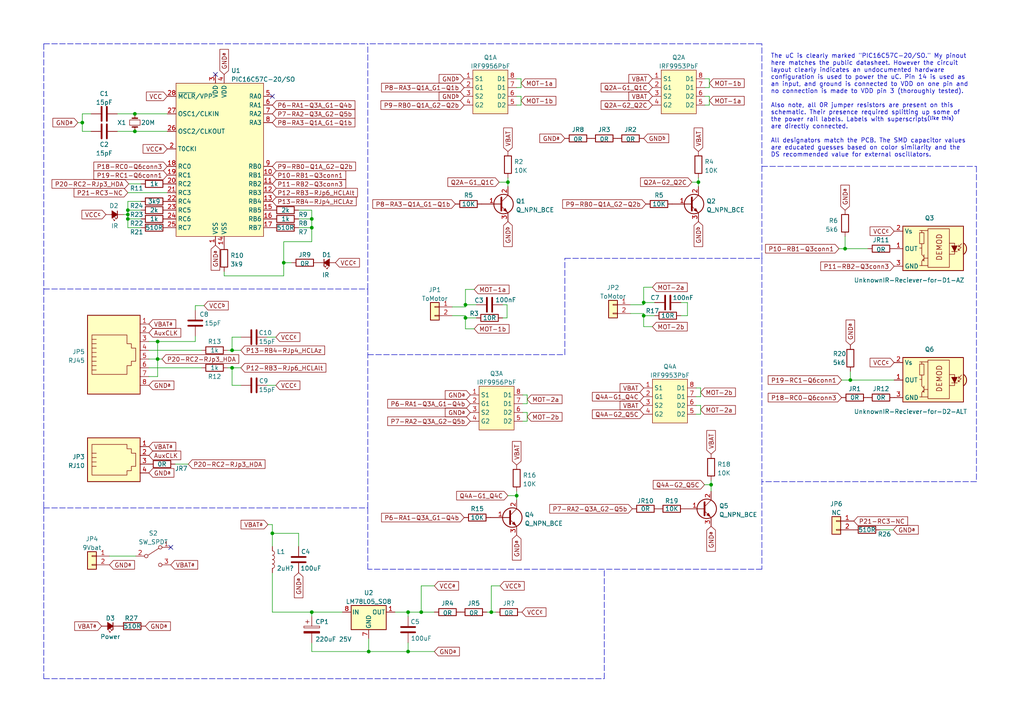
<source format=kicad_sch>
(kicad_sch (version 20211123) (generator eeschema)
  (paper "A4")
  (title_block (title "ETX60 Reverse Traced Schematic") (date "2022-05-15") (rev "1.0") (company "github.com/Upcycle-Electronics") (comment 1 "Early board revision marked \"2000 Meade Instruments Corp. 15-6855-00 REV B-C\"") (comment 2 "This document likely contains human errors. Use this at your own risk.") (comment 3 "Use this as a starting point for your own repair attempts."))
  (lib_symbols
    (symbol "Connector:RJ10" (pin_names (offset 1.016))
      (property "Reference" "J" (at -5.08 8.89 0))
      (property "Value" "RJ10" (at 2.54 8.89 0))
      (symbol "RJ10_0_1"
        (polyline (pts (xy -6.35 -0.635) (xy -5.08 -0.635) (xy -5.08 -0.635)))
        (polyline (pts (xy -6.35 0.635) (xy -5.08 0.635) (xy -5.08 0.635)))
        (polyline (pts (xy -6.35 1.905) (xy -5.08 1.905) (xy -5.08 1.905)))
        (polyline (pts (xy -6.35 3.175) (xy -5.08 3.175) (xy -5.08 3.175)))
        (polyline (pts (xy -6.35 -3.175) (xy -6.35 5.715) (xy -1.27 5.715) (xy 3.81 5.715) (xy 3.81 4.445) (xy 5.08 4.445) (xy 5.08 3.175) (xy 6.35 3.175) (xy 6.35 -0.635) (xy 5.08 -0.635) (xy 5.08 -1.905) (xy 3.81 -1.905) (xy 3.81 -3.175) (xy -6.35 -3.175) (xy -6.35 -3.175)))
        (rectangle (start 7.62 7.62) (end -7.62 -5.08) (stroke (width 0.254)) (fill (type background)))
      )
      (symbol "RJ10_1_1"
        (pin passive line (at 10.16 -2.54 180) (length 2.54) (name "~") (number "1"))
        (pin passive line (at 10.16 0 180) (length 2.54) (name "~") (number "2"))
        (pin passive line (at 10.16 2.54 180) (length 2.54) (name "~") (number "3"))
        (pin passive line (at 10.16 5.08 180) (length 2.54) (name "~") (number "4"))
      )
    )
    (symbol "Connector:RJ45" (pin_names (offset 1.016))
      (property "Reference" "J" (at -5.08 13.97 0))
      (property "Value" "RJ45" (at 2.54 13.97 0))
      (symbol "RJ45_0_1"
        (polyline (pts (xy -5.08 4.445) (xy -6.35 4.445)))
        (polyline (pts (xy -5.08 5.715) (xy -6.35 5.715)))
        (polyline (pts (xy -6.35 -3.175) (xy -5.08 -3.175) (xy -5.08 -3.175)))
        (polyline (pts (xy -6.35 -1.905) (xy -5.08 -1.905) (xy -5.08 -1.905)))
        (polyline (pts (xy -6.35 -0.635) (xy -5.08 -0.635) (xy -5.08 -0.635)))
        (polyline (pts (xy -6.35 0.635) (xy -5.08 0.635) (xy -5.08 0.635)))
        (polyline (pts (xy -6.35 1.905) (xy -5.08 1.905) (xy -5.08 1.905)))
        (polyline (pts (xy -5.08 3.175) (xy -6.35 3.175) (xy -6.35 3.175)))
        (polyline (pts (xy -6.35 -4.445) (xy -6.35 6.985) (xy 3.81 6.985) (xy 3.81 4.445) (xy 5.08 4.445) (xy 5.08 3.175) (xy 6.35 3.175) (xy 6.35 -0.635) (xy 5.08 -0.635) (xy 5.08 -1.905) (xy 3.81 -1.905) (xy 3.81 -4.445) (xy -6.35 -4.445) (xy -6.35 -4.445)))
        (rectangle (start 7.62 12.7) (end -7.62 -10.16) (stroke (width 0.254)) (fill (type background)))
      )
      (symbol "RJ45_1_1"
        (pin passive line (at 10.16 -7.62 180) (length 2.54) (name "~") (number "1"))
        (pin passive line (at 10.16 -5.08 180) (length 2.54) (name "~") (number "2"))
        (pin passive line (at 10.16 -2.54 180) (length 2.54) (name "~") (number "3"))
        (pin passive line (at 10.16 0 180) (length 2.54) (name "~") (number "4"))
        (pin passive line (at 10.16 2.54 180) (length 2.54) (name "~") (number "5"))
        (pin passive line (at 10.16 5.08 180) (length 2.54) (name "~") (number "6"))
        (pin passive line (at 10.16 7.62 180) (length 2.54) (name "~") (number "7"))
        (pin passive line (at 10.16 10.16 180) (length 2.54) (name "~") (number "8"))
      )
    )
    (symbol "Connector_Generic:Conn_01x02" (pin_names (offset 1.016) hide)
      (property "Reference" "J" (at 0 2.54 0))
      (property "Value" "Conn_01x02" (at 0 -5.08 0))
      (symbol "Conn_01x02_1_1"
        (rectangle (start -1.27 -2.413) (end 0 -2.667) (stroke (width 0.1524)))
        (rectangle (start -1.27 0.127) (end 0 -0.127) (stroke (width 0.1524)))
        (rectangle (start -1.27 1.27) (end 1.27 -3.81) (stroke (width 0.254)) (fill (type background)))
        (pin passive line (at -5.08 0 0) (length 3.81) (name "Pin_1") (number "1"))
        (pin passive line (at -5.08 -2.54 0) (length 3.81) (name "Pin_2") (number "2"))
      )
    )
    (symbol "Device:C" (pin_numbers hide) (pin_names (offset 0.254))
      (property "Reference" "C" (at 0.635 2.54 0))
      (property "Value" "C" (at 0.635 -2.54 0))
      (symbol "C_0_1"
        (polyline (pts (xy -2.032 -0.762) (xy 2.032 -0.762)) (stroke (width 0.508)))
        (polyline (pts (xy -2.032 0.762) (xy 2.032 0.762)) (stroke (width 0.508)))
      )
      (symbol "C_1_1"
        (pin passive line (at 0 3.81 270) (length 2.794) (name "~") (number "1"))
        (pin passive line (at 0 -3.81 90) (length 2.794) (name "~") (number "2"))
      )
    )
    (symbol "Device:C_Polarized" (pin_numbers hide) (pin_names (offset 0.254))
      (property "Reference" "C" (at 0.635 2.54 0))
      (property "Value" "C_Polarized" (at 0.635 -2.54 0))
      (symbol "C_Polarized_0_1"
        (rectangle (start -2.286 0.508) (end 2.286 1.016))
        (polyline (pts (xy -1.778 2.286) (xy -0.762 2.286)))
        (polyline (pts (xy -1.27 2.794) (xy -1.27 1.778)))
        (rectangle (start 2.286 -0.508) (end -2.286 -1.016) (fill (type outline)))
      )
      (symbol "C_Polarized_1_1"
        (pin passive line (at 0 3.81 270) (length 2.794) (name "~") (number "1"))
        (pin passive line (at 0 -3.81 90) (length 2.794) (name "~") (number "2"))
      )
    )
    (symbol "Device:Crystal_Small" (pin_numbers hide) (pin_names (offset 1.016) hide)
      (property "Reference" "Y" (at 0 2.54 0))
      (property "Value" "Crystal_Small" (at 0 -2.54 0))
      (symbol "Crystal_Small_0_1"
        (rectangle (start -0.762 -1.524) (end 0.762 1.524))
        (polyline (pts (xy -1.27 -0.762) (xy -1.27 0.762)) (stroke (width 0.381)))
        (polyline (pts (xy 1.27 -0.762) (xy 1.27 0.762)) (stroke (width 0.381)))
      )
      (symbol "Crystal_Small_1_1"
        (pin passive line (at -2.54 0 0) (length 1.27) (name "1") (number "1"))
        (pin passive line (at 2.54 0 180) (length 1.27) (name "2") (number "2"))
      )
    )
    (symbol "Device:L" (pin_numbers hide) (pin_names (offset 1.016) hide)
      (property "Reference" "L" (at -1.27 0 90))
      (property "Value" "L" (at 1.905 0 90))
      (symbol "L_0_1"
        (arc (start 0 -2.54) (mid 0.635 -1.905) (end 0 -1.27))
        (arc (start 0 -1.27) (mid 0.635 -0.635) (end 0 0))
        (arc (start 0 0) (mid 0.635 0.635) (end 0 1.27))
        (arc (start 0 1.27) (mid 0.635 1.905) (end 0 2.54))
      )
      (symbol "L_1_1"
        (pin passive line (at 0 3.81 270) (length 1.27) (name "1") (number "1"))
        (pin passive line (at 0 -3.81 90) (length 1.27) (name "2") (number "2"))
      )
    )
    (symbol "Device:LED_Small_Filled" (pin_numbers hide) (pin_names (offset 0.254) hide)
      (property "Reference" "D" (at -1.27 3.175 0))
      (property "Value" "LED_Small_Filled" (at -4.445 -2.54 0))
      (symbol "LED_Small_Filled_0_1"
        (polyline (pts (xy -0.762 -1.016) (xy -0.762 1.016)) (stroke (width 0.254)))
        (polyline (pts (xy 1.016 0) (xy -0.762 0)))
        (polyline (pts (xy 0.762 -1.016) (xy -0.762 0) (xy 0.762 1.016) (xy 0.762 -1.016)) (stroke (width 0.254)) (fill (type outline)))
        (polyline (pts (xy 0 0.762) (xy -0.508 1.27) (xy -0.254 1.27) (xy -0.508 1.27) (xy -0.508 1.016)))
        (polyline (pts (xy 0.508 1.27) (xy 0 1.778) (xy 0.254 1.778) (xy 0 1.778) (xy 0 1.524)))
      )
      (symbol "LED_Small_Filled_1_1"
        (pin passive line (at -2.54 0 0) (length 1.778) (name "K") (number "1"))
        (pin passive line (at 2.54 0 180) (length 1.778) (name "A") (number "2"))
      )
    )
    (symbol "Device:Q_NPN_BCE" (pin_names (offset 0) hide)
      (property "Reference" "Q" (at 5.08 1.27 0))
      (property "Value" "Q_NPN_BCE" (at 5.08 -1.27 0))
      (symbol "Q_NPN_BCE_0_1"
        (polyline (pts (xy 0.635 0.635) (xy 2.54 2.54)))
        (polyline (pts (xy 0.635 -0.635) (xy 2.54 -2.54) (xy 2.54 -2.54)))
        (polyline (pts (xy 0.635 1.905) (xy 0.635 -1.905) (xy 0.635 -1.905)) (stroke (width 0.508)))
        (polyline (pts (xy 1.27 -1.778) (xy 1.778 -1.27) (xy 2.286 -2.286) (xy 1.27 -1.778) (xy 1.27 -1.778)) (fill (type outline)))
        (circle (center 1.27 0) (radius 2.8194) (stroke (width 0.254)))
      )
      (symbol "Q_NPN_BCE_1_1"
        (pin input line (at -5.08 0 0) (length 5.715) (name "B") (number "1"))
        (pin passive line (at 2.54 5.08 270) (length 2.54) (name "C") (number "2"))
        (pin passive line (at 2.54 -5.08 90) (length 2.54) (name "E") (number "3"))
      )
    )
    (symbol "Device:R" (pin_numbers hide) (pin_names (offset 0))
      (property "Reference" "R" (at 2.032 0 90))
      (property "Value" "R" (at 0 0 90))
      (symbol "R_0_1"
        (rectangle (start -1.016 -2.54) (end 1.016 2.54) (stroke (width 0.254)))
      )
      (symbol "R_1_1"
        (pin passive line (at 0 3.81 270) (length 1.27) (name "~") (number "1"))
        (pin passive line (at 0 -3.81 90) (length 1.27) (name "~") (number "2"))
      )
    )
    (symbol "My_Components:IRF9953PbF"
      (property "Reference" "Q" (at -5.08 10.16 0))
      (property "Value" "IRF9953PbF" (at 0 7.62 0))
      (symbol "IRF9953PbF_0_1"
        (rectangle (start -5.08 6.35) (end 5.08 -6.35) (stroke (width 0.1524)) (fill (type background)))
      )
      (symbol "IRF9953PbF_1_1"
        (pin input line (at -7.62 3.81 0) (length 2.54) (name "S1") (number "1"))
        (pin input line (at -7.62 1.27 0) (length 2.54) (name "G1") (number "2"))
        (pin input line (at -7.62 -1.27 0) (length 2.54) (name "S2") (number "3"))
        (pin input line (at -7.62 -3.81 0) (length 2.54) (name "G2") (number "4"))
        (pin input line (at 7.62 -3.81 180) (length 2.54) (name "D2") (number "5"))
        (pin input line (at 7.62 -1.27 180) (length 2.54) (name "D2") (number "6"))
        (pin input line (at 7.62 1.27 180) (length 2.54) (name "D1") (number "7"))
        (pin input line (at 7.62 3.81 180) (length 2.54) (name "D1") (number "8"))
      )
    )
    (symbol "My_Components:IRF9956PbF"
      (property "Reference" "Q" (at -5.08 10.16 0))
      (property "Value" "IRF9956PbF" (at 0 7.62 0))
      (symbol "IRF9956PbF_0_1"
        (rectangle (start -5.08 6.35) (end 5.08 -6.35) (stroke (width 0.1524)) (fill (type background)))
      )
      (symbol "IRF9956PbF_1_1"
        (pin input line (at -7.62 3.81 0) (length 2.54) (name "S1") (number "1"))
        (pin input line (at -7.62 1.27 0) (length 2.54) (name "G1") (number "2"))
        (pin input line (at -7.62 -1.27 0) (length 2.54) (name "S2") (number "3"))
        (pin input line (at -7.62 -3.81 0) (length 2.54) (name "G2") (number "4"))
        (pin input line (at 7.62 -3.81 180) (length 2.54) (name "D2") (number "5"))
        (pin input line (at 7.62 -1.27 180) (length 2.54) (name "D2") (number "6"))
        (pin input line (at 7.62 1.27 180) (length 2.54) (name "D1") (number "7"))
        (pin input line (at 7.62 3.81 180) (length 2.54) (name "D1") (number "8"))
      )
    )
    (symbol "My_Components:PIC16C57C-ISS"
      (property "Reference" "U" (at 3.81 25.4 0))
      (property "Value" "PIC16C57C-ISS" (at 10.16 22.86 0))
      (symbol "PIC16C57C-ISS_0_0"
        (text "" (at -5.08 16.51 0) (effects (font (size 1.27 1.27))))
        (text "" (at 3.81 2.54 0) (effects (font (size 1.27 1.27))))
        (text "" (at 3.81 6.35 0) (effects (font (size 1.27 1.27))))
      )
      (symbol "PIC16C57C-ISS_0_1"
        (rectangle (start -12.7 21.59) (end 12.7 -22.86) (stroke (width 0.1524)) (fill (type background)))
      )
      (symbol "PIC16C57C-ISS_1_1"
        (pin input line (at -1.27 -25.4 90) (length 2.54) (name "VSS") (number "1"))
        (pin input line (at 15.24 -5.08 180) (length 2.54) (name "RB1") (number "10"))
        (pin input line (at 15.24 -7.62 180) (length 2.54) (name "RB2") (number "11"))
        (pin input line (at 15.24 -10.16 180) (length 2.54) (name "RB3") (number "12"))
        (pin input line (at 15.24 -12.7 180) (length 2.54) (name "RB4") (number "13"))
        (pin input line (at 1.27 -25.4 90) (length 2.54) (name "VSS") (number "14"))
        (pin input line (at 15.24 -15.24 180) (length 2.54) (name "RB5") (number "15"))
        (pin input line (at 15.24 -17.78 180) (length 2.54) (name "RB6") (number "16"))
        (pin input line (at 15.24 -20.32 180) (length 2.54) (name "RB7") (number "17"))
        (pin input line (at -15.24 -2.54 0) (length 2.54) (name "RC0") (number "18"))
        (pin input line (at -15.24 -5.08 0) (length 2.54) (name "RC1") (number "19"))
        (pin input line (at -15.24 2.54 0) (length 2.54) (name "T0CKI") (number "2"))
        (pin input line (at -15.24 -7.62 0) (length 2.54) (name "RC2") (number "20"))
        (pin input line (at -15.24 -10.16 0) (length 2.54) (name "RC3") (number "21"))
        (pin input line (at -15.24 -12.7 0) (length 2.54) (name "RC4") (number "22"))
        (pin input line (at -15.24 -15.24 0) (length 2.54) (name "RC5") (number "23"))
        (pin input line (at -15.24 -17.78 0) (length 2.54) (name "RC6") (number "24"))
        (pin input line (at -15.24 -20.32 0) (length 2.54) (name "RC7") (number "25"))
        (pin input line (at -15.24 7.62 0) (length 2.54) (name "OSC2/CLKOUT") (number "26"))
        (pin input line (at -15.24 12.7 0) (length 2.54) (name "OSC1/CLKIN") (number "27"))
        (pin input line (at -15.24 17.78 0) (length 2.54) (name "~{MCLR}/VPP") (number "28"))
        (pin input line (at -1.27 24.13 270) (length 2.54) (name "VDD") (number "3"))
        (pin input line (at 1.27 24.13 270) (length 2.54) (name "VDD") (number "4"))
        (pin input line (at 15.24 17.78 180) (length 2.54) (name "RA0") (number "5"))
        (pin input line (at 15.24 15.24 180) (length 2.54) (name "RA1") (number "6"))
        (pin input line (at 15.24 12.7 180) (length 2.54) (name "RA2") (number "7"))
        (pin input line (at 15.24 10.16 180) (length 2.54) (name "RA3") (number "8"))
        (pin input line (at 15.24 -2.54 180) (length 2.54) (name "RB0") (number "9"))
      )
    )
    (symbol "My_Components:UnknownIR-Reciever"
      (property "Reference" "U" (at -8.89 0 0))
      (property "Value" "UnknownIR-Reciever" (at -10.16 -7.62 0))
      (symbol "UnknownIR-Reciever_0_0"
        (arc (start -20.2179 1.5875) (mid -21.0208 0) (end -20.2179 -1.5875) (stroke (width 0.254)) (fill (type background)))
        (polyline (pts (xy -8.0259 -4.8895) (xy -9.8039 -4.8895)))
        (polyline (pts (xy -8.0259 5.2705) (xy -9.8039 5.2705)))
        (text "DEMOD" (at -13.1059 0.4445 900) (effects (font (size 1.524 1.524))))
      )
      (symbol "UnknownIR-Reciever_0_1"
        (rectangle (start -20.0909 6.5405) (end -2.54 -6.35) (stroke (width 0.254)) (fill (type background)))
        (rectangle (start -16.0269 5.7785) (end -9.8039 -5.3975))
        (rectangle (start -7.3909 1.4605) (end -8.6609 4.6355))
        (polyline (pts (xy -18.6939 0.5715) (xy -19.5829 1.4605)))
        (polyline (pts (xy -18.6939 0.5715) (xy -19.2019 0.5715)))
        (polyline (pts (xy -18.6939 0.5715) (xy -18.6939 1.0795)))
        (polyline (pts (xy -18.5669 -0.4445) (xy -19.4559 0.4445)))
        (polyline (pts (xy -18.5669 -0.4445) (xy -19.0749 -0.4445)))
        (polyline (pts (xy -18.5669 -0.4445) (xy -18.5669 0.0635)))
        (polyline (pts (xy -18.3129 -0.8255) (xy -16.6619 -0.8255)))
        (polyline (pts (xy -8.6609 -2.7305) (xy -9.8039 -2.7305)))
        (polyline (pts (xy -8.6609 -1.7145) (xy -8.6609 -3.6195)))
        (polyline (pts (xy -8.5339 -3.3655) (xy -8.4069 -3.3655)))
        (polyline (pts (xy -8.2799 -3.3655) (xy -8.4069 -3.3655)))
        (polyline (pts (xy -8.2799 -3.3655) (xy -8.2799 -3.1115)))
        (polyline (pts (xy -8.0259 0.1905) (xy -8.0259 1.4605)))
        (polyline (pts (xy -8.0259 4.6355) (xy -8.0259 5.2705) (xy -7.3909 5.2705)))
        (polyline (pts (xy -18.3129 0.8255) (xy -16.6619 0.8255) (xy -17.5509 -0.8255) (xy -18.3129 0.8255)) (fill (type outline)))
        (polyline (pts (xy -16.0269 1.5875) (xy -17.5509 1.5875) (xy -17.5509 -1.5875) (xy -16.0269 -1.5875)))
        (polyline (pts (xy -8.6609 -2.9845) (xy -8.0259 -3.6195) (xy -8.0259 -4.8895) (xy -7.3909 -4.8895)))
        (polyline (pts (xy -8.6609 -2.3495) (xy -8.0259 -1.7145) (xy -8.0259 0.1905) (xy -7.3909 0.1905)))
      )
      (symbol "UnknownIR-Reciever_1_1"
        (pin output line (at 0 0 180) (length 2.54) (name "OUT") (number "1"))
        (pin power_in line (at 0 5.08 180) (length 2.54) (name "Vs") (number "2"))
        (pin power_in line (at 0 -5.08 180) (length 2.54) (name "GND") (number "3"))
      )
    )
    (symbol "Regulator_Linear:LM78L05_SO8" (pin_names (offset 0.254))
      (property "Reference" "U" (at -3.81 3.175 0))
      (property "Value" "LM78L05_SO8" (at 0 3.175 0))
      (symbol "LM78L05_SO8_0_1"
        (rectangle (start -5.08 1.905) (end 5.08 -5.08) (stroke (width 0.254)) (fill (type background)))
      )
      (symbol "LM78L05_SO8_1_1"
        (pin power_out line (at 7.62 0 180) (length 2.54) (name "OUT") (number "1"))
        (pin passive line (at 0 -7.62 90) (length 2.54) hide (name "GND") (number "2"))
        (pin passive line (at 0 -7.62 90) (length 2.54) hide (name "GND") (number "3"))
        (pin no_connect line (at -5.08 -2.54 0) (length 2.54) hide (name "NC") (number "4"))
        (pin no_connect line (at 5.08 -2.54 180) (length 2.54) hide (name "NC") (number "5"))
        (pin passive line (at 0 -7.62 90) (length 2.54) hide (name "GND") (number "6"))
        (pin power_in line (at 0 -7.62 90) (length 2.54) (name "GND") (number "7"))
        (pin power_in line (at -7.62 0 0) (length 2.54) (name "IN") (number "8"))
      )
    )
    (symbol "Switch:SW_SPDT" (pin_names (offset 0) hide)
      (property "Reference" "SW" (at 0 4.318 0))
      (property "Value" "SW_SPDT" (at 0 -5.08 0))
      (symbol "SW_SPDT_0_0"
        (circle (center -2.032 0) (radius 0.508))
        (circle (center 2.032 -2.54) (radius 0.508))
      )
      (symbol "SW_SPDT_0_1"
        (polyline (pts (xy -1.524 0.254) (xy 1.651 2.286)))
        (circle (center 2.032 2.54) (radius 0.508))
      )
      (symbol "SW_SPDT_1_1"
        (pin passive line (at 5.08 2.54 180) (length 2.54) (name "A") (number "1"))
        (pin passive line (at -5.08 0 0) (length 2.54) (name "B") (number "2"))
        (pin passive line (at 5.08 -2.54 180) (length 2.54) (name "C") (number "3"))
      )
    )
  )
  (junction (at 82.296 76.2))
  (junction (at 37.084 62.23))
  (junction (at 90.424 66.04))
  (junction (at 45.72 99.06))
  (junction (at 246.634 110.236))
  (junction (at 39.116 38.1))
  (junction (at 67.31 101.6))
  (junction (at 202.565 52.832))
  (junction (at 45.72 104.14))
  (junction (at 135.001 88.392))
  (junction (at 23.876 35.56))
  (junction (at 122.174 177.546))
  (junction (at 78.994 154.686))
  (junction (at 39.116 33.02))
  (junction (at 118.364 188.976))
  (junction (at 106.934 188.976))
  (junction (at 147.32 52.832))
  (junction (at 118.364 177.546))
  (junction (at 142.494 177.546))
  (junction (at 90.424 177.546))
  (junction (at 206.248 140.589))
  (junction (at 135.001 92.202))
  (junction (at 67.31 106.68))
  (junction (at 245.11 72.136))
  (junction (at 37.084 63.5))
  (junction (at 90.424 63.5))
  (junction (at 37.084 60.96))
  (junction (at 186.69 87.757))
  (junction (at 149.86 143.764))
  (junction (at 186.69 91.567))
  (no_connect (at 62.484 21.59))
  (no_connect (at 49.53 158.75))
  (no_connect (at 78.994 27.94))
  (wire (pts (xy 204.47 25.4) (xy 205.74 25.4)))
  (wire (pts (xy 23.876 38.1) (xy 26.416 38.1)))
  (wire (pts (xy 149.86 30.48) (xy 151.13 30.48)))
  (wire (pts (xy 37.084 55.88) (xy 48.514 55.88)))
  (wire (pts (xy 245.11 72.136) (xy 251.714 72.136)))
  (wire (pts (xy 77.47 97.79) (xy 80.01 97.79)))
  (wire (pts (xy 40.894 66.04) (xy 37.084 66.04)))
  (polyline (pts (xy 165.1 165.1) (xy 106.68 165.1)))
  (polyline (pts (xy 220.98 48.26) (xy 283.21 48.26)))
  (wire (pts (xy 199.39 91.567) (xy 199.39 87.757)))
  (wire (pts (xy 141.224 177.546) (xy 142.494 177.546)))
  (wire (pts (xy 246.634 107.696) (xy 246.634 110.236)))
  (wire (pts (xy 189.23 83.312) (xy 186.69 83.312)))
  (wire (pts (xy 204.343 140.589) (xy 206.248 140.589)))
  (wire (pts (xy 90.424 70.104) (xy 90.424 66.04)))
  (wire (pts (xy 106.934 185.166) (xy 106.934 188.976)))
  (wire (pts (xy 22.606 35.56) (xy 23.876 35.56)))
  (wire (pts (xy 147.066 92.202) (xy 145.796 92.202)))
  (wire (pts (xy 82.296 76.2) (xy 84.582 76.2)))
  (wire (pts (xy 35.814 62.23) (xy 37.084 62.23)))
  (wire (pts (xy 135.001 89.027) (xy 135.001 88.392)))
  (wire (pts (xy 149.86 143.764) (xy 149.86 145.034)))
  (wire (pts (xy 37.084 60.96) (xy 40.894 60.96)))
  (wire (pts (xy 39.116 38.1) (xy 48.514 38.1)))
  (wire (pts (xy 106.934 188.976) (xy 118.364 188.976)))
  (wire (pts (xy 43.18 106.68) (xy 58.42 106.68)))
  (wire (pts (xy 151.13 27.94) (xy 149.86 27.94)))
  (wire (pts (xy 56.642 88.646) (xy 59.182 88.646)))
  (wire (pts (xy 65.024 78.74) (xy 65.024 80.01)))
  (wire (pts (xy 135.001 95.377) (xy 135.001 92.202)))
  (wire (pts (xy 90.424 177.546) (xy 90.424 178.816)))
  (wire (pts (xy 243.332 72.136) (xy 245.11 72.136)))
  (polyline (pts (xy 12.7 147.32) (xy 12.7 196.85)))
  (wire (pts (xy 43.18 99.06) (xy 45.72 99.06)))
  (wire (pts (xy 203.2 115.062) (xy 203.2 112.522)))
  (wire (pts (xy 23.876 33.02) (xy 23.876 35.56)))
  (wire (pts (xy 135.001 83.947) (xy 135.001 88.392)))
  (polyline (pts (xy 283.21 48.26) (xy 283.21 139.7)))
  (wire (pts (xy 186.69 91.567) (xy 186.69 90.932)))
  (wire (pts (xy 43.18 109.22) (xy 45.72 109.22)))
  (polyline (pts (xy 12.7 147.32) (xy 106.68 147.32)))
  (wire (pts (xy 152.908 114.554) (xy 151.638 114.554)))
  (wire (pts (xy 203.2 112.522) (xy 201.93 112.522)))
  (wire (pts (xy 142.494 169.926) (xy 145.034 169.926)))
  (wire (pts (xy 37.084 58.42) (xy 40.894 58.42)))
  (wire (pts (xy 118.364 188.976) (xy 125.984 188.976)))
  (wire (pts (xy 131.191 89.027) (xy 135.001 89.027)))
  (wire (pts (xy 67.31 97.79) (xy 69.85 97.79)))
  (polyline (pts (xy 163.83 102.87) (xy 163.83 74.93)))
  (wire (pts (xy 78.994 152.146) (xy 78.994 154.686)))
  (wire (pts (xy 67.31 106.68) (xy 67.31 111.76)))
  (wire (pts (xy 203.2 120.142) (xy 203.2 117.602)))
  (wire (pts (xy 90.424 60.96) (xy 86.614 60.96)))
  (wire (pts (xy 37.338 53.34) (xy 40.894 53.34)))
  (polyline (pts (xy 220.98 74.93) (xy 220.98 165.1)))
  (wire (pts (xy 205.74 22.86) (xy 204.47 22.86)))
  (wire (pts (xy 86.614 63.5) (xy 90.424 63.5)))
  (wire (pts (xy 86.614 66.04) (xy 90.424 66.04)))
  (wire (pts (xy 82.296 70.104) (xy 90.424 70.104)))
  (wire (pts (xy 125.984 169.926) (xy 122.174 169.926)))
  (wire (pts (xy 67.31 111.76) (xy 69.85 111.76)))
  (wire (pts (xy 186.69 87.757) (xy 189.865 87.757)))
  (wire (pts (xy 152.908 122.174) (xy 152.908 119.634)))
  (wire (pts (xy 147.32 143.764) (xy 149.86 143.764)))
  (wire (pts (xy 86.614 154.686) (xy 78.994 154.686)))
  (wire (pts (xy 203.2 117.602) (xy 201.93 117.602)))
  (wire (pts (xy 77.724 152.146) (xy 78.994 152.146)))
  (wire (pts (xy 137.541 83.947) (xy 135.001 83.947)))
  (polyline (pts (xy 163.83 74.93) (xy 220.98 74.93)))
  (wire (pts (xy 244.094 110.236) (xy 246.634 110.236)))
  (wire (pts (xy 37.084 63.5) (xy 40.894 63.5)))
  (wire (pts (xy 182.88 88.392) (xy 186.69 88.392)))
  (wire (pts (xy 56.642 97.536) (xy 56.642 99.06)))
  (wire (pts (xy 144.78 52.832) (xy 147.32 52.832)))
  (wire (pts (xy 206.248 139.319) (xy 206.248 140.589)))
  (wire (pts (xy 202.565 52.832) (xy 202.565 54.102)))
  (wire (pts (xy 205.74 27.94) (xy 204.47 27.94)))
  (wire (pts (xy 118.364 186.436) (xy 118.364 188.976)))
  (wire (pts (xy 67.31 101.6) (xy 67.31 97.79)))
  (wire (pts (xy 151.13 25.4) (xy 151.13 22.86)))
  (wire (pts (xy 151.13 30.48) (xy 151.13 27.94)))
  (wire (pts (xy 189.865 91.567) (xy 186.69 91.567)))
  (wire (pts (xy 45.72 104.14) (xy 45.72 109.22)))
  (wire (pts (xy 90.424 63.5) (xy 90.424 60.96)))
  (wire (pts (xy 90.424 186.436) (xy 90.424 188.976)))
  (wire (pts (xy 152.908 119.634) (xy 151.638 119.634)))
  (wire (pts (xy 197.485 91.567) (xy 199.39 91.567)))
  (wire (pts (xy 145.796 88.392) (xy 147.066 88.392)))
  (wire (pts (xy 43.18 101.6) (xy 58.42 101.6)))
  (polyline (pts (xy 106.68 165.1) (xy 106.68 147.32)))
  (wire (pts (xy 34.036 38.1) (xy 39.116 38.1)))
  (wire (pts (xy 189.23 94.742) (xy 186.69 94.742)))
  (wire (pts (xy 201.93 115.062) (xy 203.2 115.062)))
  (wire (pts (xy 37.084 66.04) (xy 37.084 63.5)))
  (wire (pts (xy 86.614 158.496) (xy 86.614 154.686)))
  (wire (pts (xy 202.565 51.562) (xy 202.565 52.832)))
  (wire (pts (xy 77.47 111.76) (xy 80.01 111.76)))
  (wire (pts (xy 149.86 25.4) (xy 151.13 25.4)))
  (polyline (pts (xy 12.7 12.7) (xy 12.7 83.82)))
  (wire (pts (xy 147.32 52.832) (xy 147.32 54.102)))
  (wire (pts (xy 118.364 177.546) (xy 122.174 177.546)))
  (wire (pts (xy 39.116 33.02) (xy 48.514 33.02)))
  (wire (pts (xy 37.084 62.23) (xy 37.084 60.96)))
  (wire (pts (xy 78.994 166.116) (xy 78.994 177.546)))
  (wire (pts (xy 151.638 117.094) (xy 152.908 117.094)))
  (wire (pts (xy 147.32 51.562) (xy 147.32 52.832)))
  (wire (pts (xy 37.084 63.5) (xy 37.084 62.23)))
  (wire (pts (xy 67.31 101.6) (xy 69.85 101.6)))
  (wire (pts (xy 186.69 83.312) (xy 186.69 87.757)))
  (wire (pts (xy 245.11 68.58) (xy 245.11 72.136)))
  (wire (pts (xy 65.024 80.01) (xy 82.296 80.01)))
  (wire (pts (xy 200.66 52.832) (xy 202.565 52.832)))
  (wire (pts (xy 206.248 140.589) (xy 206.248 142.494)))
  (polyline (pts (xy 12.7 196.85) (xy 175.26 196.85)))
  (wire (pts (xy 151.13 22.86) (xy 149.86 22.86)))
  (wire (pts (xy 26.416 33.02) (xy 23.876 33.02)))
  (wire (pts (xy 45.72 99.06) (xy 45.72 104.14)))
  (wire (pts (xy 152.908 117.094) (xy 152.908 114.554)))
  (polyline (pts (xy 220.98 74.93) (xy 220.98 12.7)))
  (wire (pts (xy 246.634 110.236) (xy 259.334 110.236)))
  (wire (pts (xy 90.424 188.976) (xy 106.934 188.976)))
  (wire (pts (xy 142.494 177.546) (xy 142.494 169.926)))
  (wire (pts (xy 56.642 89.916) (xy 56.642 88.646)))
  (wire (pts (xy 82.296 76.2) (xy 82.296 70.104)))
  (wire (pts (xy 78.994 177.546) (xy 90.424 177.546)))
  (wire (pts (xy 138.176 92.202) (xy 135.001 92.202)))
  (wire (pts (xy 31.75 161.29) (xy 39.37 161.29)))
  (wire (pts (xy 122.174 169.926) (xy 122.174 177.546)))
  (wire (pts (xy 135.001 91.567) (xy 131.191 91.567)))
  (wire (pts (xy 135.001 92.202) (xy 135.001 91.567)))
  (polyline (pts (xy 12.7 83.82) (xy 12.7 147.32)))
  (wire (pts (xy 118.364 177.546) (xy 118.364 178.816)))
  (wire (pts (xy 45.72 99.06) (xy 56.642 99.06)))
  (polyline (pts (xy 106.68 102.87) (xy 163.83 102.87)))
  (wire (pts (xy 186.69 88.392) (xy 186.69 87.757)))
  (wire (pts (xy 23.876 35.56) (xy 23.876 38.1)))
  (wire (pts (xy 78.994 154.686) (xy 78.994 158.496)))
  (wire (pts (xy 205.74 30.48) (xy 205.74 27.94)))
  (wire (pts (xy 45.72 104.14) (xy 46.99 104.14)))
  (wire (pts (xy 122.174 177.546) (xy 125.984 177.546)))
  (polyline (pts (xy 12.7 83.82) (xy 106.68 83.82)))
  (polyline (pts (xy 220.98 12.7) (xy 106.68 12.7)))
  (wire (pts (xy 199.39 87.757) (xy 197.485 87.757)))
  (wire (pts (xy 90.424 177.546) (xy 99.314 177.546)))
  (wire (pts (xy 66.04 101.6) (xy 67.31 101.6)))
  (wire (pts (xy 43.18 104.14) (xy 45.72 104.14)))
  (wire (pts (xy 147.066 88.392) (xy 147.066 92.202)))
  (polyline (pts (xy 283.21 139.7) (xy 220.98 139.7)))
  (wire (pts (xy 135.001 88.392) (xy 138.176 88.392)))
  (wire (pts (xy 137.541 95.377) (xy 135.001 95.377)))
  (polyline (pts (xy 106.68 147.32) (xy 106.68 83.82)))
  (wire (pts (xy 204.47 30.48) (xy 205.74 30.48)))
  (wire (pts (xy 82.296 80.01) (xy 82.296 76.2)))
  (wire (pts (xy 142.494 177.546) (xy 143.764 177.546)))
  (wire (pts (xy 205.74 25.4) (xy 205.74 22.86)))
  (polyline (pts (xy 106.68 83.82) (xy 106.68 12.7)))
  (wire (pts (xy 90.424 66.04) (xy 90.424 63.5)))
  (wire (pts (xy 149.86 142.494) (xy 149.86 143.764)))
  (wire (pts (xy 50.8 134.62) (xy 54.61 134.62)))
  (wire (pts (xy 34.036 33.02) (xy 39.116 33.02)))
  (wire (pts (xy 114.554 177.546) (xy 118.364 177.546)))
  (polyline (pts (xy 220.98 165.1) (xy 165.1 165.1)))
  (polyline (pts (xy 175.26 196.85) (xy 175.26 165.1)))
  (wire (pts (xy 66.04 106.68) (xy 67.31 106.68)))
  (wire (pts (xy 37.084 60.96) (xy 37.084 58.42)))
  (polyline (pts (xy 12.7 12.7) (xy 106.68 12.7)))
  (wire (pts (xy 151.638 122.174) (xy 152.908 122.174)))
  (wire (pts (xy 67.31 106.68) (xy 69.85 106.68)))
  (wire (pts (xy 186.69 94.742) (xy 186.69 91.567)))
  (wire (pts (xy 255.27 153.67) (xy 259.08 153.67)))
  (wire (pts (xy 201.93 120.142) (xy 203.2 120.142)))
  (wire (pts (xy 186.69 90.932) (xy 182.88 90.932)))
  (text "The uC is clearly marked \"PIC16C57C-20/SO.\" My pinout\nhere matches the public datasheet. However the circuit \nlayout clearly indicates an undocumented hardware \nconfiguration is used to power the uC. Pin 14 is used as \nan input, and ground is connected to VDD on one pin and \nno connection is made to VDD pin 3 (thoroughly tested).\n\nAlso note, all 0R jumper resistors are present on this \nschematic. Their presence required splitting up some of \nthe power rail labels. Labels with superscripts^{(like this)} \nare directly connected. \n\nAll designators match the PCB. The SMD capacitor values\nare educated guesses based on color similarity and the \nDS recommended value for external oscillators. " (at 223.52 45.72 0) (effects (font (size 1.27 1.27)) (justify left bottom)))
  (global_label "MOT-2a" (shape input) (at 152.908 115.824 0) (property "Intersheet References" "${INTERSHEET_REFS}" (effects hide)))
  (global_label "P6-RA1-Q3A_G1-Q4b" (shape input) (at 78.994 30.48 0) (property "Intersheet References" "${INTERSHEET_REFS}" (effects hide)))
  (global_label "VCC" (shape input) (at 48.514 27.94 180) (property "Intersheet References" "${INTERSHEET_REFS}" (effects hide)))
  (global_label "VCC^{c}" (shape input) (at 80.01 97.79 0) (property "Intersheet References" "${INTERSHEET_REFS}" (effects hide)))
  (global_label "P13-RB4-RJp4_HCLAz" (shape input) (at 78.994 58.42 0) (property "Intersheet References" "${INTERSHEET_REFS}" (effects hide)))
  (global_label "P20-RC2-RJp3_HDA" (shape input) (at 54.61 134.62 0) (property "Intersheet References" "${INTERSHEET_REFS}" (effects hide)))
  (global_label "GND^{b}" (shape input) (at 134.62 27.94 180) (property "Intersheet References" "${INTERSHEET_REFS}" (effects hide)))
  (global_label "VCC^{b}" (shape input) (at 59.182 88.646 0) (property "Intersheet References" "${INTERSHEET_REFS}" (effects hide)))
  (global_label "VBAT^{a}" (shape input) (at 43.18 93.98 0) (property "Intersheet References" "${INTERSHEET_REFS}" (effects hide)))
  (global_label "P20-RC2-RJp3_HDA" (shape input) (at 46.99 104.14 0) (property "Intersheet References" "${INTERSHEET_REFS}" (effects hide)))
  (global_label "MOT-2a" (shape input) (at 203.2 118.872 0) (property "Intersheet References" "${INTERSHEET_REFS}" (effects hide)))
  (global_label "MOT-1b" (shape input) (at 151.13 29.21 0) (property "Intersheet References" "${INTERSHEET_REFS}" (effects hide)))
  (global_label "GND^{b}" (shape input) (at 134.62 22.86 180) (property "Intersheet References" "${INTERSHEET_REFS}" (effects hide)))
  (global_label "Q4A-G1_Q4C" (shape input) (at 186.69 115.062 180) (property "Intersheet References" "${INTERSHEET_REFS}" (effects hide)))
  (global_label "P7-RA2-Q3A_G2-Q5b" (shape input) (at 78.994 33.02 0) (property "Intersheet References" "${INTERSHEET_REFS}" (effects hide)))
  (global_label "MOT-1a" (shape input) (at 151.13 24.13 0) (property "Intersheet References" "${INTERSHEET_REFS}" (effects hide)))
  (global_label "GND^{b}" (shape input) (at 147.32 64.262 270) (property "Intersheet References" "${INTERSHEET_REFS}" (effects hide)))
  (global_label "VBAT^{a}" (shape input) (at 49.53 163.83 0) (property "Intersheet References" "${INTERSHEET_REFS}" (effects hide)))
  (global_label "P19-RC1-Q6conn1" (shape input) (at 48.514 50.8 180) (property "Intersheet References" "${INTERSHEET_REFS}" (effects hide)))
  (global_label "GND^{a}" (shape input) (at 163.83 40.132 180) (property "Intersheet References" "${INTERSHEET_REFS}" (effects hide)))
  (global_label "GND^{a}" (shape input) (at 22.606 35.56 180) (property "Intersheet References" "${INTERSHEET_REFS}" (effects hide)))
  (global_label "P7-RA2-Q3A_G2-Q5b" (shape input) (at 183.388 147.574 180) (property "Intersheet References" "${INTERSHEET_REFS}" (effects hide)))
  (global_label "GND^{a}" (shape input) (at 86.614 166.116 270) (property "Intersheet References" "${INTERSHEET_REFS}" (effects hide)))
  (global_label "VCC^{c}" (shape input) (at 259.334 105.156 180) (property "Intersheet References" "${INTERSHEET_REFS}" (effects hide)))
  (global_label "AuxCLK" (shape input) (at 43.18 96.52 0) (property "Intersheet References" "${INTERSHEET_REFS}" (effects hide)))
  (global_label "GND^{a}" (shape input) (at 149.86 155.194 270) (property "Intersheet References" "${INTERSHEET_REFS}" (effects hide)))
  (global_label "GND^{a}" (shape input) (at 245.11 60.96 90) (property "Intersheet References" "${INTERSHEET_REFS}" (effects hide)))
  (global_label "VCC^{b}" (shape input) (at 145.034 169.926 0) (property "Intersheet References" "${INTERSHEET_REFS}" (effects hide)))
  (global_label "GND^{a}" (shape input) (at 246.634 100.076 90) (property "Intersheet References" "${INTERSHEET_REFS}" (effects hide)))
  (global_label "P8-RA3-Q1A_G1-Q1b" (shape input) (at 134.62 25.4 180) (property "Intersheet References" "${INTERSHEET_REFS}" (effects hide)))
  (global_label "P20-RC2-RJp3_HDA" (shape input) (at 37.338 53.34 180) (property "Intersheet References" "${INTERSHEET_REFS}" (effects hide)))
  (global_label "P12-RB3-RJp6_HCLAlt" (shape input) (at 78.994 55.88 0) (property "Intersheet References" "${INTERSHEET_REFS}" (effects hide)))
  (global_label "VBAT" (shape input) (at 186.69 117.602 180) (property "Intersheet References" "${INTERSHEET_REFS}" (effects hide)))
  (global_label "P7-RA2-Q3A_G2-Q5b" (shape input) (at 136.398 122.174 180) (property "Intersheet References" "${INTERSHEET_REFS}" (effects hide)))
  (global_label "P13-RB4-RJp4_HCLAz" (shape input) (at 69.85 101.6 0) (property "Intersheet References" "${INTERSHEET_REFS}" (effects hide)))
  (global_label "GND^{a}" (shape input) (at 259.08 153.67 0) (property "Intersheet References" "${INTERSHEET_REFS}" (effects hide)))
  (global_label "GND^{a}" (shape input) (at 125.984 188.976 0) (property "Intersheet References" "${INTERSHEET_REFS}" (effects hide)))
  (global_label "P18-RC0-Q6conn3" (shape input) (at 48.514 48.26 180) (property "Intersheet References" "${INTERSHEET_REFS}" (effects hide)))
  (global_label "VBAT" (shape input) (at 189.23 27.94 180) (property "Intersheet References" "${INTERSHEET_REFS}" (effects hide)))
  (global_label "GND^{a}" (shape input) (at 31.75 163.83 0) (property "Intersheet References" "${INTERSHEET_REFS}" (effects hide)))
  (global_label "VBAT^{a}" (shape input) (at 29.464 181.61 180) (property "Intersheet References" "${INTERSHEET_REFS}" (effects hide)))
  (global_label "P21-RC3-NC" (shape input) (at 247.65 151.13 0) (property "Intersheet References" "${INTERSHEET_REFS}" (effects hide)))
  (global_label "GND^{a}" (shape input) (at 65.024 21.59 90) (property "Intersheet References" "${INTERSHEET_REFS}" (effects hide)))
  (global_label "MOT-2b" (shape input) (at 203.2 113.792 0) (property "Intersheet References" "${INTERSHEET_REFS}" (effects hide)))
  (global_label "Q2A-G2_Q2C" (shape input) (at 189.23 30.48 180) (property "Intersheet References" "${INTERSHEET_REFS}" (effects hide)))
  (global_label "VCC^{a}" (shape input) (at 125.984 169.926 0) (property "Intersheet References" "${INTERSHEET_REFS}" (effects hide)))
  (global_label "MOT-1a" (shape input) (at 205.74 29.21 0) (property "Intersheet References" "${INTERSHEET_REFS}" (effects hide)))
  (global_label "GND^{a}" (shape input) (at 206.248 152.654 270) (property "Intersheet References" "${INTERSHEET_REFS}" (effects hide)))
  (global_label "MOT-2b" (shape input) (at 152.908 120.904 0) (property "Intersheet References" "${INTERSHEET_REFS}" (effects hide)))
  (global_label "AuxCLK" (shape input) (at 43.18 132.08 0) (property "Intersheet References" "${INTERSHEET_REFS}" (effects hide)))
  (global_label "Q2A-G2_Q2C" (shape input) (at 200.66 52.832 180) (property "Intersheet References" "${INTERSHEET_REFS}" (effects hide)))
  (global_label "VCC^{c}" (shape input) (at 259.334 67.056 180) (property "Intersheet References" "${INTERSHEET_REFS}" (effects hide)))
  (global_label "P8-RA3-Q1A_G1-Q1b" (shape input) (at 132.08 59.182 180) (property "Intersheet References" "${INTERSHEET_REFS}" (effects hide)))
  (global_label "VCC^{a}" (shape input) (at 48.514 43.18 180) (property "Intersheet References" "${INTERSHEET_REFS}" (effects hide)))
  (global_label "MOT-1b" (shape input) (at 205.74 24.13 0) (property "Intersheet References" "${INTERSHEET_REFS}" (effects hide)))
  (global_label "MOT-2b" (shape input) (at 189.23 94.742 0) (property "Intersheet References" "${INTERSHEET_REFS}" (effects hide)))
  (global_label "P11-RB2-Q3conn3" (shape input) (at 259.334 77.216 180) (property "Intersheet References" "${INTERSHEET_REFS}" (effects hide)))
  (global_label "GND^{a}" (shape input) (at 62.484 71.12 270) (property "Intersheet References" "${INTERSHEET_REFS}" (effects hide)))
  (global_label "P9-RB0-Q1A_G2-Q2b" (shape input) (at 187.325 59.182 180) (property "Intersheet References" "${INTERSHEET_REFS}" (effects hide)))
  (global_label "GND^{b}" (shape input) (at 202.565 64.262 270) (property "Intersheet References" "${INTERSHEET_REFS}" (effects hide)))
  (global_label "GND^{a}" (shape input) (at 136.398 114.554 180) (property "Intersheet References" "${INTERSHEET_REFS}" (effects hide)))
  (global_label "GND^{b}" (shape input) (at 186.69 40.132 0) (property "Intersheet References" "${INTERSHEET_REFS}" (effects hide)))
  (global_label "VCC^{c}" (shape input) (at 151.384 177.546 0) (property "Intersheet References" "${INTERSHEET_REFS}" (effects hide)))
  (global_label "Q2A-G1_Q1C" (shape input) (at 144.78 52.832 180) (property "Intersheet References" "${INTERSHEET_REFS}" (effects hide)))
  (global_label "Q4A-G2_Q5C" (shape input) (at 204.343 140.589 180) (property "Intersheet References" "${INTERSHEET_REFS}" (effects hide)))
  (global_label "VBAT" (shape input) (at 206.248 131.699 90) (property "Intersheet References" "${INTERSHEET_REFS}" (effects hide)))
  (global_label "VCC^{c}" (shape input) (at 97.282 76.2 0) (property "Intersheet References" "${INTERSHEET_REFS}" (effects hide)))
  (global_label "VBAT" (shape input) (at 149.86 134.874 90) (property "Intersheet References" "${INTERSHEET_REFS}" (effects hide)))
  (global_label "P6-RA1-Q3A_G1-Q4b" (shape input) (at 136.398 117.094 180) (property "Intersheet References" "${INTERSHEET_REFS}" (effects hide)))
  (global_label "P9-RB0-Q1A_G2-Q2b" (shape input) (at 134.62 30.48 180) (property "Intersheet References" "${INTERSHEET_REFS}" (effects hide)))
  (global_label "MOT-2a" (shape input) (at 189.23 83.312 0) (property "Intersheet References" "${INTERSHEET_REFS}" (effects hide)))
  (global_label "P19-RC1-Q6conn1" (shape input) (at 244.094 110.236 180) (property "Intersheet References" "${INTERSHEET_REFS}" (effects hide)))
  (global_label "Q4A-G1_Q4C" (shape input) (at 147.32 143.764 180) (property "Intersheet References" "${INTERSHEET_REFS}" (effects hide)))
  (global_label "VBAT" (shape input) (at 189.23 22.86 180) (property "Intersheet References" "${INTERSHEET_REFS}" (effects hide)))
  (global_label "P21-RC3-NC" (shape input) (at 37.084 55.88 180) (property "Intersheet References" "${INTERSHEET_REFS}" (effects hide)))
  (global_label "GND^{a}" (shape input) (at 136.398 119.634 180) (property "Intersheet References" "${INTERSHEET_REFS}" (effects hide)))
  (global_label "MOT-1b" (shape input) (at 137.541 95.377 0) (property "Intersheet References" "${INTERSHEET_REFS}" (effects hide)))
  (global_label "P18-RC0-Q6conn3" (shape input) (at 244.094 115.316 180) (property "Intersheet References" "${INTERSHEET_REFS}" (effects hide)))
  (global_label "MOT-1a" (shape input) (at 137.541 83.947 0) (property "Intersheet References" "${INTERSHEET_REFS}" (effects hide)))
  (global_label "P6-RA1-Q3A_G1-Q4b" (shape input) (at 134.62 150.114 180) (property "Intersheet References" "${INTERSHEET_REFS}" (effects hide)))
  (global_label "GND^{a}" (shape input) (at 43.18 111.76 0) (property "Intersheet References" "${INTERSHEET_REFS}" (effects hide)))
  (global_label "GND^{a}" (shape input) (at 43.18 137.16 0) (property "Intersheet References" "${INTERSHEET_REFS}" (effects hide)))
  (global_label "GND^{a}" (shape input) (at 42.164 181.61 0) (property "Intersheet References" "${INTERSHEET_REFS}" (effects hide)))
  (global_label "VBAT^{a}" (shape input) (at 43.18 129.54 0) (property "Intersheet References" "${INTERSHEET_REFS}" (effects hide)))
  (global_label "P10-RB1-Q3conn1" (shape input) (at 243.332 72.136 180) (property "Intersheet References" "${INTERSHEET_REFS}" (effects hide)))
  (global_label "P11-RB2-Q3conn3" (shape input) (at 78.994 53.34 0) (property "Intersheet References" "${INTERSHEET_REFS}" (effects hide)))
  (global_label "Q4A-G2_Q5C" (shape input) (at 186.69 120.142 180) (property "Intersheet References" "${INTERSHEET_REFS}" (effects hide)))
  (global_label "VCC^{c}" (shape input) (at 30.734 62.23 180) (property "Intersheet References" "${INTERSHEET_REFS}" (effects hide)))
  (global_label "VBAT" (shape input) (at 202.565 43.942 90) (property "Intersheet References" "${INTERSHEET_REFS}" (effects hide)))
  (global_label "P9-RB0-Q1A_G2-Q2b" (shape input) (at 78.994 48.26 0) (property "Intersheet References" "${INTERSHEET_REFS}" (effects hide)))
  (global_label "P8-RA3-Q1A_G1-Q1b" (shape input) (at 78.994 35.56 0) (property "Intersheet References" "${INTERSHEET_REFS}" (effects hide)))
  (global_label "VBAT" (shape input) (at 147.32 43.942 90) (property "Intersheet References" "${INTERSHEET_REFS}" (effects hide)))
  (global_label "VBAT^{a}" (shape input) (at 77.724 152.146 180) (property "Intersheet References" "${INTERSHEET_REFS}" (effects hide)))
  (global_label "P12-RB3-RJp6_HCLAlt" (shape input) (at 69.85 106.68 0) (property "Intersheet References" "${INTERSHEET_REFS}" (effects hide)))
  (global_label "P10-RB1-Q3conn1" (shape input) (at 78.994 50.8 0) (property "Intersheet References" "${INTERSHEET_REFS}" (effects hide)))
  (global_label "Q2A-G1_Q1C" (shape input) (at 189.23 25.4 180) (property "Intersheet References" "${INTERSHEET_REFS}" (effects hide)))
  (global_label "VCC^{c}" (shape input) (at 80.01 111.76 0) (property "Intersheet References" "${INTERSHEET_REFS}" (effects hide)))
  (global_label "VBAT" (shape input) (at 186.69 112.522 180) (property "Intersheet References" "${INTERSHEET_REFS}" (effects hide)))
  (symbol (lib_id "Device:R") (at 147.574 177.546 90) (unit 1)
    (property "Reference" "JR?" (at 147.574 175.006 90))
    (property "Value" "0R" (at 147.574 177.8 90))
  )
  (symbol (lib_id "Connector_Generic:Conn_01x02") (at 126.111 89.027 0) (mirror y) (unit 1)
    (property "Reference" "JP1" (at 126.111 84.0572 0))
    (property "Value" "ToMotor" (at 126.111 86.5941 0))
  )
  (symbol (lib_id "Device:R") (at 246.634 103.886 180) (unit 1)
    (property "Reference" "R20" (at 241.554 102.616 0) (effects (justify right)))
    (property "Value" "5k6" (at 241.554 105.156 0) (effects (justify right)))
  )
  (symbol (lib_id "Device:R") (at 82.804 63.5 90) (unit 1)
    (property "Reference" "R8" (at 87.884 64.77 90))
    (property "Value" "1k" (at 82.804 63.5 90))
  )
  (symbol (lib_id "Device:R") (at 255.524 72.136 90) (unit 1)
    (property "Reference" "JR11" (at 255.524 69.596 90))
    (property "Value" "0R" (at 255.524 72.39 90))
  )
  (symbol (lib_id "Device:R") (at 44.704 53.34 90) (unit 1)
    (property "Reference" "R11" (at 39.624 54.61 90))
    (property "Value" "1k" (at 44.704 53.34 90))
  )
  (symbol (lib_id "Device:C") (at 118.364 182.626 180) (unit 1)
    (property "Reference" "C5" (at 120.396 180.34 0))
    (property "Value" "100uF" (at 122.174 185.166 0))
  )
  (symbol (lib_id "Device:R") (at 245.11 64.77 0) (unit 1)
    (property "Reference" "R6" (at 243.078 64.008 0) (effects (justify right)))
    (property "Value" "5k6" (at 243.078 66.548 0) (effects (justify right)))
  )
  (symbol (lib_id "Device:LED_Small_Filled") (at 33.274 62.23 180) (unit 1)
    (property "Reference" "D2" (at 33.02 59.69 0))
    (property "Value" "IR" (at 33.274 65.532 0))
  )
  (symbol (lib_id "Device:R") (at 167.64 40.132 90) (unit 1)
    (property "Reference" "JR8" (at 167.64 37.592 90))
    (property "Value" "0R" (at 167.64 40.386 90))
  )
  (symbol (lib_id "Device:C") (at 30.226 38.1 90) (unit 1)
    (property "Reference" "C2" (at 30.226 41.91 90))
    (property "Value" "15pF" (at 30.226 44.45 90))
  )
  (symbol (lib_id "Device:C") (at 30.226 33.02 90) (unit 1)
    (property "Reference" "C1" (at 30.226 27.1612 90))
    (property "Value" "15pF" (at 30.226 29.6981 90))
  )
  (symbol (lib_id "Device:Q_NPN_BCE") (at 200.025 59.182 0) (unit 1)
    (property "Reference" "Q2" (at 204.8764 58.3473 0) (effects (justify left)))
    (property "Value" "Q_NPN_BCE" (at 204.8764 60.8842 0) (effects (justify left)))
  )
  (symbol (lib_id "Device:R") (at 141.986 92.202 90) (unit 1)
    (property "Reference" "R3" (at 137.541 90.932 90))
    (property "Value" "10R" (at 141.986 92.202 90))
  )
  (symbol (lib_id "Device:C") (at 56.642 93.726 180) (unit 1)
    (property "Reference" "C8" (at 59.182 91.186 0))
    (property "Value" "15pF" (at 61.722 93.726 0))
  )
  (symbol (lib_id "Device:R") (at 191.135 59.182 90) (unit 1)
    (property "Reference" "R5" (at 191.135 56.642 90))
    (property "Value" "10K" (at 191.135 59.182 90))
  )
  (symbol (lib_id "Device:R") (at 44.704 66.04 90) (unit 1)
    (property "Reference" "R21" (at 39.624 67.31 90))
    (property "Value" "510R" (at 44.704 66.04 90))
  )
  (symbol (lib_id "Device:C") (at 73.66 111.76 90) (mirror x) (unit 1)
    (property "Reference" "C9" (at 76.454 110.49 90))
    (property "Value" "15pF" (at 77.47 113.03 90))
  )
  (symbol (lib_id "Device:Q_NPN_BCE") (at 147.32 150.114 0) (unit 1)
    (property "Reference" "Q4" (at 152.1714 149.2793 0) (effects (justify left)))
    (property "Value" "Q_NPN_BCE" (at 152.1714 151.8162 0) (effects (justify left)))
  )
  (symbol (lib_id "Device:R") (at 62.23 101.6 90) (unit 1)
    (property "Reference" "R13" (at 62.23 99.06 90))
    (property "Value" "1k" (at 62.23 101.6 90))
  )
  (symbol (lib_id "Device:R") (at 147.32 47.752 180) (unit 1)
    (property "Reference" "R2" (at 149.098 46.9173 0) (effects (justify right)))
    (property "Value" "10K" (at 149.098 49.4542 0) (effects (justify right)))
  )
  (symbol (lib_id "Device:R") (at 137.414 177.546 90) (unit 1)
    (property "Reference" "JR5" (at 137.414 175.006 90))
    (property "Value" "0R" (at 137.414 177.8 90))
  )
  (symbol (lib_id "Device:R") (at 44.704 60.96 90) (unit 1)
    (property "Reference" "R23" (at 39.624 62.23 90))
    (property "Value" "2k" (at 44.704 60.96 90))
  )
  (symbol (lib_id "Device:Crystal_Small") (at 39.116 35.56 90) (unit 1)
    (property "Reference" "X1" (at 35.306 35.56 90))
    (property "Value" "20M" (at 42.926 35.56 90))
  )
  (symbol (lib_id "Device:R") (at 82.804 66.04 90) (unit 1)
    (property "Reference" "R7" (at 87.884 67.31 90))
    (property "Value" "510R" (at 82.804 66.04 90))
  )
  (symbol (lib_id "Connector_Generic:Conn_01x02") (at 26.67 161.29 0) (mirror y) (unit 1)
    (property "Reference" "JP4" (at 26.67 156.3202 0))
    (property "Value" "9Vbat" (at 26.67 158.8571 0))
  )
  (symbol (lib_id "Connector_Generic:Conn_01x02") (at 242.57 151.13 0) (mirror y) (unit 1)
    (property "Reference" "JP6" (at 242.57 146.1602 0))
    (property "Value" "NC" (at 242.57 148.6971 0))
  )
  (symbol (lib_id "My_Components:UnknownIR-Reciever") (at 259.334 72.136 0) (mirror y) (unit 1)
    (property "Reference" "Q3" (at 268.224 63.246 0) (effects (justify right)))
    (property "Value" "UnknownIR-Reciever-for-D1-AZ" (at 247.65 81.28 0) (effects (justify right)))
  )
  (symbol (lib_id "My_Components:IRF9953PbF") (at 196.85 26.67 0) (unit 1)
    (property "Reference" "Q2A" (at 196.85 16.671 0))
    (property "Value" "IRF9953PbF" (at 196.85 19.2079 0))
  )
  (symbol (lib_id "My_Components:IRF9956PbF") (at 144.018 118.364 0) (unit 1)
    (property "Reference" "Q3A" (at 144.018 108.365 0))
    (property "Value" "IRF9956PbF" (at 144.018 110.9019 0))
  )
  (symbol (lib_id "Connector:RJ45") (at 33.02 101.6 0) (mirror x) (unit 1)
    (property "Reference" "JP5" (at 24.6381 102.0353 0) (effects (justify right)))
    (property "Value" "RJ45" (at 24.6381 104.5722 0) (effects (justify right)))
  )
  (symbol (lib_id "Device:R") (at 138.43 150.114 90) (unit 1)
    (property "Reference" "R15" (at 138.43 147.574 90))
    (property "Value" "10K" (at 138.43 150.114 90))
  )
  (symbol (lib_id "Device:Q_NPN_BCE") (at 144.78 59.182 0) (unit 1)
    (property "Reference" "Q1" (at 149.6314 58.3473 0) (effects (justify left)))
    (property "Value" "Q_NPN_BCE" (at 149.6314 60.8842 0) (effects (justify left)))
  )
  (symbol (lib_id "Device:R") (at 44.704 63.5 90) (unit 1)
    (property "Reference" "R22" (at 39.624 64.77 90))
    (property "Value" "1k" (at 44.704 63.5 90))
  )
  (symbol (lib_id "Device:C_Polarized") (at 90.424 182.626 0) (unit 1)
    (property "Reference" "CP1" (at 91.44 180.34 0) (effects (justify left)))
    (property "Value" "220uF 25V" (at 91.44 185.42 0) (effects (justify left)))
  )
  (symbol (lib_id "Switch:SW_SPDT") (at 44.45 161.29 0) (unit 1)
    (property "Reference" "S2" (at 44.45 154.6692 0))
    (property "Value" "SW_SPDT" (at 44.45 157.2061 0))
  )
  (symbol (lib_id "Device:Q_NPN_BCE") (at 203.708 147.574 0) (unit 1)
    (property "Reference" "Q5" (at 208.5594 146.7393 0) (effects (justify left)))
    (property "Value" "Q_NPN_BCE" (at 208.5594 149.2762 0) (effects (justify left)))
  )
  (symbol (lib_id "Device:R") (at 44.704 58.42 90) (unit 1)
    (property "Reference" "R24" (at 39.624 59.69 90))
    (property "Value" "3k9" (at 44.704 58.42 90))
  )
  (symbol (lib_id "Device:C") (at 73.66 97.79 90) (mirror x) (unit 1)
    (property "Reference" "C10" (at 76.962 96.52 90))
    (property "Value" "15pF" (at 77.47 99.06 90))
  )
  (symbol (lib_id "Device:R") (at 193.675 91.567 90) (unit 1)
    (property "Reference" "R17" (at 189.23 90.17 90))
    (property "Value" "10R" (at 193.675 91.567 90))
  )
  (symbol (lib_id "My_Components:IRF9953PbF") (at 194.31 116.332 0) (unit 1)
    (property "Reference" "Q4A" (at 194.31 106.333 0))
    (property "Value" "IRF9953PbF" (at 194.31 108.8699 0))
  )
  (symbol (lib_id "Device:C") (at 141.986 88.392 90) (unit 1)
    (property "Reference" "C3" (at 138.938 87.122 90))
    (property "Value" "100nF" (at 146.685 86.995 90))
  )
  (symbol (lib_id "My_Components:IRF9956PbF") (at 142.24 26.67 0) (unit 1)
    (property "Reference" "Q1A" (at 142.24 16.671 0))
    (property "Value" "IRF9956PbF" (at 142.24 19.2079 0))
  )
  (symbol (lib_id "Device:R") (at 194.818 147.574 90) (unit 1)
    (property "Reference" "R19" (at 194.818 145.288 90))
    (property "Value" "10K" (at 194.818 147.574 90))
  )
  (symbol (lib_id "Device:R") (at 182.88 40.132 90) (unit 1)
    (property "Reference" "JR2" (at 182.88 37.592 90))
    (property "Value" "0R" (at 182.88 40.386 90))
  )
  (symbol (lib_id "Connector:RJ10") (at 33.02 132.08 0) (mirror x) (unit 1)
    (property "Reference" "JP3" (at 24.6381 132.5153 0) (effects (justify right)))
    (property "Value" "RJ10" (at 24.6381 135.0522 0) (effects (justify right)))
  )
  (symbol (lib_id "Device:R") (at 62.23 106.68 90) (unit 1)
    (property "Reference" "R12" (at 62.23 109.22 90))
    (property "Value" "1k" (at 62.23 106.68 90))
  )
  (symbol (lib_id "Regulator_Linear:LM78L05_SO8") (at 106.934 177.546 0) (unit 1)
    (property "Reference" "U2" (at 106.934 171.9412 0))
    (property "Value" "LM78L05_SO8" (at 106.934 174.4781 0))
    (property "Footprint" "Package_SO:SOIC-8_3.9x4.9mm_P1.27mm" (effects hide))
    (property "Datasheet" "https://www.onsemi.com/pub/Collateral/MC78L06A-D.pdf" (effects hide))
  )
  (symbol (lib_id "Device:C") (at 86.614 162.306 180) (unit 1)
    (property "Reference" "C4" (at 88.646 160.02 0))
    (property "Value" "100uF" (at 90.17 164.846 0))
  )
  (symbol (lib_id "Device:R") (at 247.904 115.316 90) (unit 1)
    (property "Reference" "JR1" (at 247.904 112.776 90))
    (property "Value" "0R" (at 247.904 115.316 90))
  )
  (symbol (lib_id "Device:R") (at 65.024 74.93 180) (unit 1)
    (property "Reference" "R10" (at 66.802 74.0953 0) (effects (justify right)))
    (property "Value" "3k9" (at 66.802 76.6322 0) (effects (justify right)))
  )
  (symbol (lib_id "Device:LED_Small_Filled") (at 32.004 181.61 180) (unit 1)
    (property "Reference" "D3" (at 32.004 179.324 0))
    (property "Value" "Power" (at 32.004 184.658 0))
  )
  (symbol (lib_id "My_Components:UnknownIR-Reciever") (at 259.334 110.236 0) (mirror y) (unit 1)
    (property "Reference" "Q6" (at 268.224 101.346 0) (effects (justify right)))
    (property "Value" "UnknownIR-Reciever-for-D2-ALT" (at 247.65 119.38 0) (effects (justify right)))
  )
  (symbol (lib_id "Connector_Generic:Conn_01x02") (at 177.8 88.392 0) (mirror y) (unit 1)
    (property "Reference" "JP2" (at 177.8 83.4222 0))
    (property "Value" "ToMotor" (at 177.8 85.9591 0))
  )
  (symbol (lib_id "Device:R") (at 149.86 138.684 180) (unit 1)
    (property "Reference" "R16" (at 151.638 137.8493 0) (effects (justify right)))
    (property "Value" "10K" (at 151.638 140.3862 0) (effects (justify right)))
  )
  (symbol (lib_id "Device:R") (at 206.248 135.509 180) (unit 1)
    (property "Reference" "R18" (at 208.026 134.6743 0) (effects (justify right)))
    (property "Value" "10K" (at 208.026 137.2112 0) (effects (justify right)))
  )
  (symbol (lib_id "Device:R") (at 82.804 60.96 90) (unit 1)
    (property "Reference" "R9" (at 87.884 62.23 90))
    (property "Value" "2k" (at 82.804 60.96 90))
  )
  (symbol (lib_id "Device:R") (at 175.26 40.132 90) (unit 1)
    (property "Reference" "JR3" (at 175.26 37.592 90))
    (property "Value" "0R" (at 175.26 40.386 90))
  )
  (symbol (lib_id "Device:R") (at 202.565 47.752 180) (unit 1)
    (property "Reference" "R4" (at 204.343 46.9173 0) (effects (justify right)))
    (property "Value" "10K" (at 204.343 49.4542 0) (effects (justify right)))
  )
  (symbol (lib_id "Device:LED_Small_Filled") (at 94.742 76.2 0) (mirror x) (unit 1)
    (property "Reference" "D1" (at 94.742 73.914 0))
    (property "Value" "IR" (at 94.488 79.756 0))
  )
  (symbol (lib_id "Device:R") (at 135.89 59.182 90) (unit 1)
    (property "Reference" "R5" (at 135.89 56.642 90))
    (property "Value" "10K" (at 135.89 59.182 90))
  )
  (symbol (lib_id "Device:R") (at 251.46 153.67 90) (unit 1)
    (property "Reference" "R26" (at 256.54 154.94 90))
    (property "Value" "510R" (at 251.46 153.67 90))
  )
  (symbol (lib_id "Device:R") (at 255.524 115.316 90) (unit 1)
    (property "Reference" "JR12" (at 255.524 112.776 90))
    (property "Value" "0R" (at 255.524 115.316 90))
  )
  (symbol (lib_id "Device:R") (at 187.198 147.574 90) (unit 1)
    (property "Reference" "JR10" (at 187.198 145.288 90))
    (property "Value" "0R" (at 187.198 147.574 90))
  )
  (symbol (lib_id "Device:R") (at 88.392 76.2 90) (unit 1)
    (property "Reference" "JR9" (at 88.392 73.914 90))
    (property "Value" "0R" (at 88.392 76.454 90))
  )
  (symbol (lib_id "Device:R") (at 46.99 134.62 90) (unit 1)
    (property "Reference" "JR7" (at 52.578 135.89 90))
    (property "Value" "0R" (at 46.99 134.62 90))
  )
  (symbol (lib_id "Device:R") (at 129.794 177.546 90) (unit 1)
    (property "Reference" "JR4" (at 129.794 175.006 90))
    (property "Value" "0R" (at 129.794 177.8 90))
  )
  (symbol (lib_id "Device:C") (at 193.675 87.757 90) (unit 1)
    (property "Reference" "C7" (at 189.992 86.36 90))
    (property "Value" "100nF" (at 198.12 86.36 90))
  )
  (symbol (lib_id "Device:R") (at 38.354 181.61 90) (unit 1)
    (property "Reference" "R27" (at 38.1 179.324 90))
    (property "Value" "510R" (at 38.354 181.61 90))
  )
  (symbol (lib_id "My_Components:PIC16C57C-ISS") (at 63.754 45.72 0) (unit 1)
    (property "Reference" "U1" (at 67.0434 20.481 0) (effects (justify left)))
    (property "Value" "PIC16C57C-20/SO" (at 67.0434 23.0179 0) (effects (justify left)))
  )
  (symbol (lib_id "Device:L") (at 78.994 162.306 0) (unit 1)
    (property "Reference" "L1" (at 80.264 160.02 0) (effects (justify left)))
    (property "Value" "2uH?" (at 80.264 164.846 0) (effects (justify left)))
  )
)
</source>
